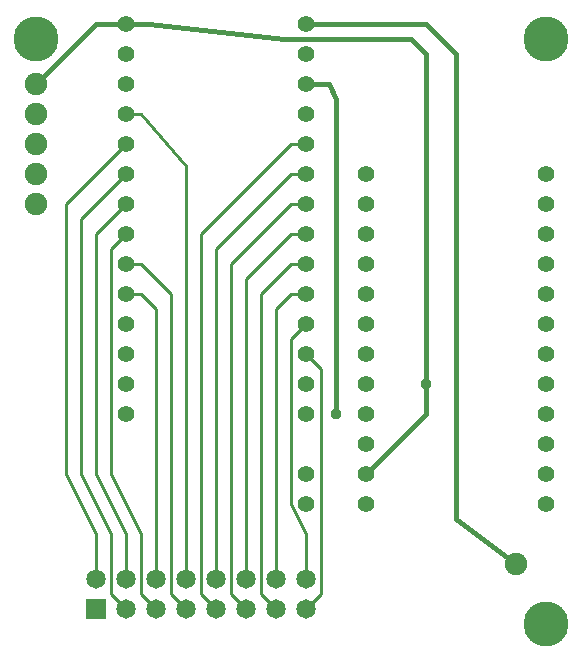
<source format=gtl>
G04*
G04 Format:               Gerber RS-274X*
G04 Layer:                TopCopper*
G04 This File Name:       TIUSBKeys.gtl*
G04 Source File Name:     TIUSBKeys.rrb*
G04 Unique ID:            8966a901-4822-446d-b114-529644ef4203*
G04 Generated Date:       Saturday, 30 January 2016 18:51:44*
G04*
G04 Created Using:        Robot Room Copper Connection v2.9.5573*
G04 Software Contact:     http://www.robotroom.com/CopperConnection/Support.aspx*
G04 License Number:       1946*
G04*
G04 Zero Suppression:     Leading*
G04 Number Precision:     2.4*
G04*
%FSLAX24Y24*%
%MOIN*%
%LNTopCopper*%
%ADD10C,.01*%
%ADD11C,.015*%
%ADD12C,.037*%
%ADD13C,.056*%
%ADD14C,.065*%
%ADD15C,.075*%
%ADD16C,.15*%
%ADD17R,.006X.006*%
%ADD18R,.065X.065*%
D10*
G01X3000Y4000D02*
X2000Y6000D01*
X10000Y17000D02*
X9500D01*
X10000Y16000D02*
X9500D01*
X4000Y13000D02*
X4500D01*
X2500Y14500D02*
Y6000D01*
X4000Y18000D02*
X4500D01*
X6000Y16250D02*
X4500Y18000D01*
X2500Y6000D02*
X3500Y4000D01*
X9500Y17000D02*
X6500Y14000D01*
X3500Y13500D02*
Y6000D01*
X4500Y4000D01*
X4000Y12000D02*
X4500D01*
X2000Y15000D02*
Y6000D01*
X3000Y4000D02*
Y2500D01*
X3500Y13500D02*
X4000Y14000D01*
X3000Y13000D02*
Y14000D01*
Y13000D02*
Y6000D01*
X3500Y4000D02*
Y2000D01*
X3000Y6000D02*
X4000Y4000D01*
Y2500D01*
X2500Y14500D02*
X4000Y16000D01*
X4500Y4000D02*
Y2000D01*
X5000Y6500D02*
Y4000D01*
Y2500D01*
X3500Y2000D02*
X4000Y1500D01*
X3000Y14000D02*
X4000Y15000D01*
X9500Y16000D02*
X7000Y13500D01*
X2000Y15000D02*
X4000Y17000D01*
X6000Y16250D02*
Y2500D01*
X5500Y12000D02*
Y2000D01*
X4500D02*
X5000Y1500D01*
X6500Y14000D02*
Y2000D01*
X7000Y13500D02*
Y2500D01*
X5500Y2000D02*
X6000Y1500D01*
X8000D02*
X7500Y2000D01*
X6500D02*
X7000Y1500D01*
X8000Y2500D02*
Y12500D01*
X7500Y2000D02*
Y13000D01*
X9500Y15000D01*
X5500Y12000D02*
X4500Y13000D01*
X5000Y6500D02*
Y11500D01*
X9000Y1500D02*
X8500Y2000D01*
X9500Y15000D02*
X10000D01*
X8000Y12500D02*
X9500Y14000D01*
X10000D01*
X9000Y2500D02*
Y11500D01*
X8500Y2000D02*
Y12000D01*
X9500Y13000D01*
X10000Y2500D02*
Y4000D01*
X9500Y13000D02*
X10000D01*
X9000Y11500D02*
X9500Y12000D01*
X10000D01*
Y1500D02*
X10500Y2000D01*
X10000Y4000D02*
X9500Y5000D01*
Y10500D01*
X10000Y11000D01*
X10500Y2000D02*
Y9500D01*
X10000Y10000D01*
X5000Y11500D02*
X4500Y12000D01*
D11*
X10000Y21000D02*
X14000D01*
X4000D02*
X4750D01*
X14000D02*
X15000Y20000D01*
X14000D02*
Y9000D01*
X9250Y20500D02*
X4750Y21000D01*
X9250Y20500D02*
X13500D01*
X10000Y19000D02*
X10750D01*
X1000D02*
X3000Y21000D01*
X13500Y20500D02*
X14000Y20000D01*
X10750Y19000D02*
X11000Y18500D01*
Y8000D01*
X15000Y20000D02*
Y4500D01*
X14000Y8000D02*
Y9000D01*
X12000Y6000D02*
X14000Y8000D01*
X3000Y21000D02*
X4000D01*
X17000Y3000D02*
X15000Y4500D01*
D12*
X14000Y9000D03*
X11000Y8000D03*
D13*
X12000Y5000D03*
X18000D03*
Y6000D03*
Y7000D03*
Y8000D03*
Y9000D03*
Y10000D03*
Y11000D03*
Y12000D03*
Y13000D03*
Y14000D03*
Y15000D03*
Y16000D03*
X12000Y6000D03*
Y7000D03*
Y8000D03*
Y9000D03*
Y10000D03*
Y11000D03*
Y12000D03*
Y13000D03*
Y14000D03*
Y15000D03*
Y16000D03*
X4000Y8000D03*
X10000D03*
Y9000D03*
Y10000D03*
Y11000D03*
Y12000D03*
Y13000D03*
Y14000D03*
Y15000D03*
Y16000D03*
Y17000D03*
Y18000D03*
Y19000D03*
Y20000D03*
Y21000D03*
X4000Y9000D03*
Y10000D03*
Y11000D03*
Y12000D03*
Y13000D03*
Y14000D03*
Y15000D03*
Y16000D03*
Y17000D03*
Y18000D03*
Y19000D03*
Y20000D03*
Y21000D03*
X10000Y6000D03*
Y5000D03*
D14*
X3000Y2500D03*
X4000Y1500D03*
Y2500D03*
X5000Y1500D03*
Y2500D03*
X6000Y1500D03*
Y2500D03*
X7000Y1500D03*
Y2500D03*
X8000Y1500D03*
Y2500D03*
X9000Y1500D03*
Y2500D03*
X10000Y1500D03*
Y2500D03*
D15*
X1000Y19000D03*
X17000Y3000D03*
X1000Y18000D03*
Y17000D03*
Y16000D03*
Y15000D03*
D16*
X1000Y20500D03*
X18000D03*
Y1000D03*
D18*
X3000Y1500D03*
M02*

</source>
